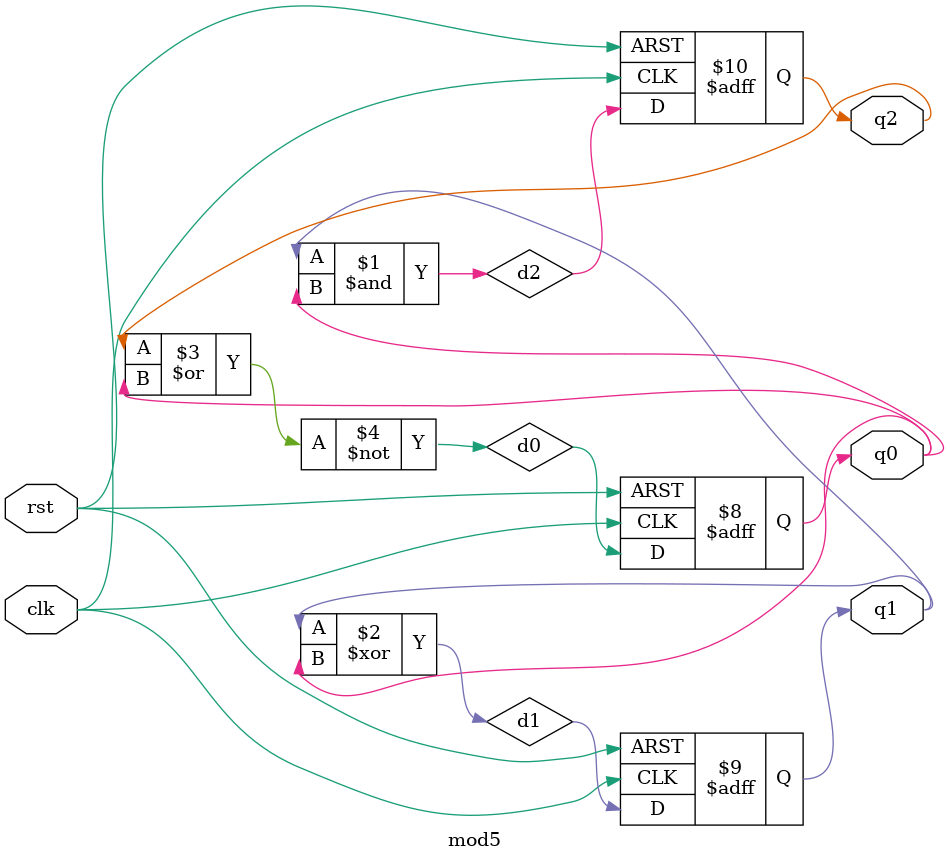
<source format=v>
module mod5 (clk,rst,q2,q1,q0);
	input clk,rst;
	output q2,q1,q0;
	reg q2,q1,q0;//any sized regs are mandatory
	
	wire d2,d1,d0; //one bit wires are optional

	and G1 (d2,q1,q0);
	xor G2 (d1,q1,q0);
	nor G3 (d0,q2,q0);
	
	always @(posedge clk or posedge rst)
	begin
		if (rst) q2<=0;
		else q2<=d2;
	end

	always @(posedge clk or posedge rst)
	begin
		if (rst) q1<=0;
		else q1<=d1;
	end

	always @(posedge clk or posedge rst)
	begin
		if (rst) q0<=0;
		else q0<=d0;
	end
endmodule
</source>
